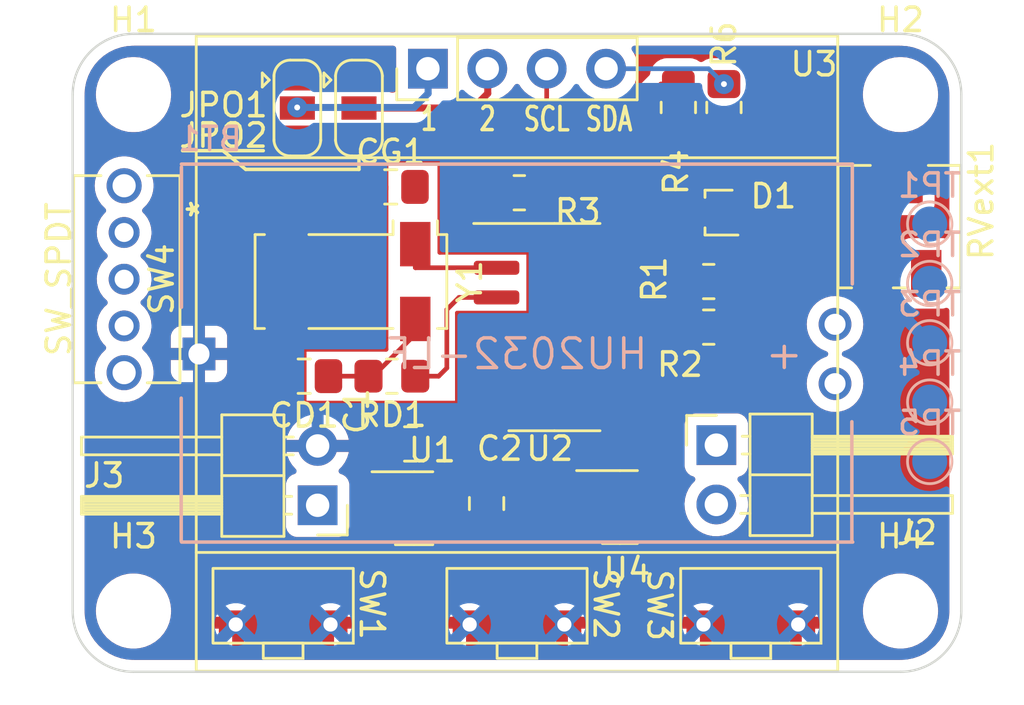
<source format=kicad_pcb>
(kicad_pcb (version 20211014) (generator pcbnew)
  (layers (0 "F.Cu" signal) (31 "B.Cu" signal) (34 "B.Paste" user) (35 "F.Paste" user) (36 "B.SilkS" user "B.Silkscreen") (37 "F.SilkS" user "F.Silkscreen") (38 "B.Mask" user) (39 "F.Mask" user) (44 "Edge.Cuts" user))
  (net 0 "")
  (net 1 "+5V")
  (net 2 "GND")
  (net 3 "Net-(C2-Pad1)")
  (net 4 "Net-(CD1-Pad1)")
  (net 5 "Net-(CG1-Pad1)")
  (net 6 "Net-(D1-Pad2)")
  (net 7 "+3V3")
  (net 8 "/~{MCLR}{slash}VPP")
  (net 9 "/ICSPDAT")
  (net 10 "/ICSPCLK")
  (net 11 "Net-(J2-Pad2)")
  (net 12 "/LDO_SENSE")
  (net 13 "/LED_EN_PWM")
  (net 14 "Net-(RD1-Pad1)")
  (net 16 "Net-(SW3-Pad2)")
  (net 17 "/UART_TX")
  (net 18 "Net-(R6-Pad2)")
  (net 19 "Net-(R4-Pad2)")
  (net 20 "Net-(RVext1-Pad1)")
  (net 21 "Net-(BT1-Pad2)")
  (net 23 "/OLED1")
  (net 24 "/OLED2")
  (footprint "Jumper:SolderJumper-3_P1.3mm_Open_RoundedPad1.0x1.5mm" (layer "F.Cu") (at 133.5425 82.675 -90)
    (fp_text reference "JPO2" (at 1.175 5.7925 180) (layer "F.SilkS"))
    (fp_text value "OLED2")
    (fp_line (start -2.05 0.3) (end -2.05 -0.3) (layer "F.SilkS") (width 0.12))
    (fp_line (start 1.4 1) (end -1.4 1) (layer "F.SilkS") (width 0.12))
    (fp_line (start -1.2 1.2) (end -0.9 1.5) (layer "F.SilkS") (width 0.12))
    (fp_line (start -1.4 -1) (end 1.4 -1) (layer "F.SilkS") (width 0.12))
    (fp_line (start -1.2 1.2) (end -1.5 1.5) (layer "F.SilkS") (width 0.12))
    (fp_line (start -1.5 1.5) (end -0.9 1.5) (layer "F.SilkS") (width 0.12))
    (fp_line (start 2.05 -0.3) (end 2.05 0.3) (layer "F.SilkS") (width 0.12))
    (fp_arc (start -2.05 -0.3) (mid -1.844975 -0.794975) (end -1.35 -1) (layer "F.SilkS") (width 0.12))
    (fp_arc (start -1.35 1) (mid -1.844975 0.794975) (end -2.05 0.3) (layer "F.SilkS") (width 0.12))
    (fp_arc (start 2.05 0.3) (mid 1.844975 0.794975) (end 1.35 1) (layer "F.SilkS") (width 0.12))
    (fp_arc (start 1.35 -1) (mid 1.844975 -0.794975) (end 2.05 -0.3) (layer "F.SilkS") (width 0.12))
    (pad "1" smd custom (at -1.3 0 270) (size 1 0.5) (layers "F.Cu" "F.Mask") (net 7 "+3V3") (options (clearance outline) (anchor rect)) (primitives (gr_circle (center 0 0.25) (end 0.5 0.25) (width 0) (fill yes)) (gr_circle (center 0 -0.25) (end 0.5 -0.25) (width 0) (fill yes)) (gr_poly (pts (xy 0.55 0.75) (xy 0 0.75) (xy 0 -0.75) (xy 0.55 -0.75)) (width 0) (fill yes))))
    (pad "2" smd rect (at 0 0 270) (size 1 1.5) (layers "F.Cu" "F.Mask") (net 24 "/OLED2"))
    (pad "3" smd custom (at 1.3 0 270) (size 1 0.5) (layers "F.Cu" "F.Mask") (net 2 "GND") (options (clearance outline) (anchor rect)) (primitives (gr_circle (center 0 0.25) (end 0.5 0.25) (width 0) (fill yes)) (gr_circle (center 0 -0.25) (end 0.5 -0.25) (width 0) (fill yes)) (gr_poly (pts (xy 0 0.75) (xy -0.55 0.75) (xy -0.55 -0.75) (xy 0 -0.75)) (width 0) (fill yes))))
  )
  (footprint "MountingHole:MountingHole_2.2mm_M2" (layer "F.Cu") (at 156.7 82.1)
    (fp_text reference "H2" (at 0 -3.2) (layer "F.SilkS"))
    (fp_text value "MountingHole")
    (pad "" np_thru_hole circle (at 0 0) (size 2.2 2.2) (drill 2.2) (layers *.Cu *.Mask))
  )
  (footprint "Package_TO_SOT_SMD:SOT-23-5" (layer "F.Cu") (at 135.9 99.8)
    (fp_text reference "U1" (at 0.7772 -2.4856) (layer "F.SilkS"))
    (fp_text value "AP7383-36WW7")
    (fp_line (start 0 1.56) (end -0.8 1.56) (layer "F.SilkS") (width 0.12))
    (fp_line (start 0 -1.56) (end 0.8 -1.56) (layer "F.SilkS") (width 0.12))
    (fp_line (start 0 1.56) (end 0.8 1.56) (layer "F.SilkS") (width 0.12))
    (fp_line (start 0 -1.56) (end -1.8 -1.56) (layer "F.SilkS") (width 0.12))
    (pad "1" smd roundrect (at -1.1375 -0.95) (size 1.325 0.6) (layers "F.Cu" "F.Paste" "F.Mask") (net 1 "+5V"))
    (pad "2" smd roundrect (at -1.1375 0) (size 1.325 0.6) (layers "F.Cu" "F.Paste" "F.Mask") (net 2 "GND"))
    (pad "3" smd roundrect (at -1.1375 0.95) (size 1.325 0.6) (layers "F.Cu" "F.Paste" "F.Mask"))
    (pad "4" smd roundrect (at 1.1375 0.95) (size 1.325 0.6) (layers "F.Cu" "F.Paste" "F.Mask"))
    (pad "5" smd roundrect (at 1.1375 -0.95) (size 1.325 0.6) (layers "F.Cu" "F.Paste" "F.Mask") (net 3 "Net-(C2-Pad1)"))
  )
  (footprint "Resistor_SMD:R_0805_2012Metric_Pad1.20x1.40mm_HandSolder" (layer "F.Cu") (at 149.15 82.65 90)
    (fp_text reference "R6" (at 2.7 0 90) (layer "F.SilkS"))
    (fp_text value "4k7")
    (fp_line (start -0.227064 0.735) (end 0.227064 0.735) (layer "F.SilkS") (width 0.12))
    (fp_line (start -0.227064 -0.735) (end 0.227064 -0.735) (layer "F.SilkS") (width 0.12))
    (pad "1" smd roundrect (at -1 0 90) (size 1.2 1.4) (layers "F.Cu" "F.Paste" "F.Mask") (roundrect_rratio 0.208333) (net 7 "+3V3"))
    (pad "2" smd roundrect (at 1 0 90) (size 1.2 1.4) (layers "F.Cu" "F.Paste" "F.Mask") (roundrect_rratio 0.208333) (net 18 "Net-(R6-Pad2)"))
  )
  (footprint "Potentiometer_SMD:Potentiometer_Vishay_TS53YJ_Vertical" (layer "F.Cu") (at 156.65 87.75 -90)
    (fp_text reference "RVext1" (at -1.1 -3.5 90) (layer "F.SilkS"))
    (fp_text value "R_Potentiometer")
    (fp_line (start -2.62 -2.62) (end -2.62 -1.24) (layer "F.SilkS") (width 0.12))
    (fp_line (start -2.62 2.62) (end 2.62 2.62) (layer "F.SilkS") (width 0.12))
    (fp_line (start 2.62 -0.26) (end 2.62 0.26) (layer "F.SilkS") (width 0.12))
    (fp_line (start 2.62 -2.62) (end 2.62 -2.039) (layer "F.SilkS") (width 0.12))
    (fp_line (start -2.62 1.24) (end -2.62 2.62) (layer "F.SilkS") (width 0.12))
    (fp_line (start -2.62 -2.62) (end 2.62 -2.62) (layer "F.SilkS") (width 0.12))
    (fp_line (start 2.62 2.04) (end 2.62 2.62) (layer "F.SilkS") (width 0.12))
    (pad "1" smd rect (at 2 -1.15 270) (size 2 1.3) (layers "F.Cu" "F.Paste" "F.Mask") (net 20 "Net-(RVext1-Pad1)"))
    (pad "2" smd rect (at -2 0 270) (size 2 2) (layers "F.Cu" "F.Paste" "F.Mask") (net 20 "Net-(RVext1-Pad1)"))
    (pad "3" smd rect (at 2 1.15 270) (size 2 1.3) (layers "F.Cu" "F.Paste" "F.Mask") (net 2 "GND"))
  )
  (footprint "Package_SO:SC-74-6_1.5x2.9mm_P0.95mm" (layer "F.Cu") (at 144.7 99.75)
    (fp_text reference "U4" (at 0.3 2.7) (layer "F.SilkS"))
    (fp_text value "BCR_421U_E6327")
    (fp_line (start 0 1.56) (end -0.75 1.56) (layer "F.SilkS") (width 0.12))
    (fp_line (start 0 -1.56) (end 0.75 -1.56) (layer "F.SilkS") (width 0.12))
    (fp_line (start 0 1.56) (end 0.75 1.56) (layer "F.SilkS") (width 0.12))
    (fp_line (start 0 -1.56) (end -1.85 -1.56) (layer "F.SilkS") (width 0.12))
    (pad "1" smd roundrect (at -1.1375 -0.95) (size 1.425 0.5) (layers "F.Cu" "F.Paste" "F.Mask") (net 13 "/LED_EN_PWM"))
    (pad "2" smd roundrect (at -1.1375 0) (size 1.425 0.5) (layers "F.Cu" "F.Paste" "F.Mask") (net 11 "Net-(J2-Pad2)"))
    (pad "3" smd roundrect (at -1.1375 0.95) (size 1.425 0.5) (layers "F.Cu" "F.Paste" "F.Mask") (net 11 "Net-(J2-Pad2)"))
    (pad "4" smd roundrect (at 1.1375 0.95) (size 1.425 0.5) (layers "F.Cu" "F.Paste" "F.Mask") (net 2 "GND"))
    (pad "5" smd roundrect (at 1.1375 0) (size 1.425 0.5) (layers "F.Cu" "F.Paste" "F.Mask") (net 11 "Net-(J2-Pad2)"))
    (pad "6" smd roundrect (at 1.1375 -0.95) (size 1.425 0.5) (layers "F.Cu" "F.Paste" "F.Mask") (net 20 "Net-(RVext1-Pad1)"))
  )
  (footprint "MountingHole:MountingHole_2.2mm_M2" (layer "F.Cu") (at 123.9 82.1)
    (fp_text reference "H1" (at 0 -3.2) (layer "F.SilkS"))
    (fp_text value "MountingHole")
    (pad "" np_thru_hole circle (at 0 0) (size 2.2 2.2) (drill 2.2) (layers *.Cu *.Mask))
  )
  (footprint "Resistor_SMD:R_0805_2012Metric_Pad1.20x1.40mm_HandSolder" (layer "F.Cu") (at 134.95 94.15 180)
    (fp_text reference "RD1" (at 0 -1.65) (layer "F.SilkS"))
    (fp_text value "220k")
    (fp_line (start -0.227064 0.735) (end 0.227064 0.735) (layer "F.SilkS") (width 0.12))
    (fp_line (start -0.227064 -0.735) (end 0.227064 -0.735) (layer "F.SilkS") (width 0.12))
    (pad "1" smd roundrect (at -1 0 180) (size 1.2 1.4) (layers "F.Cu" "F.Paste" "F.Mask") (roundrect_rratio 0.208333) (net 14 "Net-(RD1-Pad1)"))
    (pad "2" smd roundrect (at 1 0 180) (size 1.2 1.4) (layers "F.Cu" "F.Paste" "F.Mask") (roundrect_rratio 0.208333) (net 4 "Net-(CD1-Pad1)"))
  )
  (footprint "Capacitor_SMD:C_0805_2012Metric_Pad1.18x1.45mm_HandSolder" (layer "F.Cu") (at 139 99.6 -90)
    (fp_text reference "C2" (at -2.3536 -0.5568 -180) (layer "F.SilkS"))
    (fp_text value "1u")
    (fp_line (start -0.261252 -0.735) (end 0.261252 -0.735) (layer "F.SilkS") (width 0.12))
    (fp_line (start -0.261252 0.735) (end 0.261252 0.735) (layer "F.SilkS") (width 0.12))
    (pad "1" smd roundrect (at -1.0375 0 270) (size 1.175 1.45) (layers "F.Cu" "F.Paste" "F.Mask") (roundrect_rratio 0.212766) (net 3 "Net-(C2-Pad1)"))
    (pad "2" smd roundrect (at 1.0375 0 270) (size 1.175 1.45) (layers "F.Cu" "F.Paste" "F.Mask") (roundrect_rratio 0.212766) (net 2 "GND"))
  )
  (footprint "Resistor_SMD:R_0805_2012Metric_Pad1.20x1.40mm_HandSolder" (layer "F.Cu") (at 140.4 86.3)
    (fp_text reference "R3" (at 2.5 0.8) (layer "F.SilkS"))
    (fp_text value "10k")
    (fp_line (start -0.227064 -0.735) (end 0.227064 -0.735) (layer "F.SilkS") (width 0.12))
    (fp_line (start -0.227064 0.735) (end 0.227064 0.735) (layer "F.SilkS") (width 0.12))
    (pad "1" smd roundrect (at -1 0) (size 1.2 1.4) (layers "F.Cu" "F.Paste" "F.Mask") (roundrect_rratio 0.208333) (net 7 "+3V3"))
    (pad "2" smd roundrect (at 1 0) (size 1.2 1.4) (layers "F.Cu" "F.Paste" "F.Mask") (roundrect_rratio 0.208333) (net 8 "/~{MCLR}{slash}VPP"))
  )
  (footprint "Resistor_SMD:R_0805_2012Metric_Pad1.20x1.40mm_HandSolder" (layer "F.Cu") (at 147.2 82.65 90)
    (fp_text reference "R4" (at -2.7724 -0.1 90) (layer "F.SilkS"))
    (fp_text value "4k7")
    (fp_line (start -0.227064 -0.735) (end 0.227064 -0.735) (layer "F.SilkS") (width 0.12))
    (fp_line (start -0.227064 0.735) (end 0.227064 0.735) (layer "F.SilkS") (width 0.12))
    (pad "1" smd roundrect (at -1 0 90) (size 1.2 1.4) (layers "F.Cu" "F.Paste" "F.Mask") (roundrect_rratio 0.208333) (net 7 "+3V3"))
    (pad "2" smd roundrect (at 1 0 90) (size 1.2 1.4) (layers "F.Cu" "F.Paste" "F.Mask") (roundrect_rratio 0.208333) (net 19 "Net-(R4-Pad2)"))
  )
  (footprint "MountingHole:MountingHole_2.2mm_M2" (layer "F.Cu") (at 123.9 104.2)
    (fp_text reference "H3" (at 0 -3.2) (layer "F.SilkS"))
    (fp_text value "MountingHole")
    (pad "" np_thru_hole circle (at 0 0) (size 2.2 2.2) (drill 2.2) (layers *.Cu *.Mask))
  )
  (footprint "LEDTimer:EVQ9P701P" (layer "F.Cu") (at 150.3 103.975 180)
    (fp_text reference "SW3" (at 3.9 0.025 270 unlocked) (layer "F.SilkS"))
    (fp_text value "SW_Push")
    (fp_rect (start -0.85 -2.25) (end 0.85 -1.6) (layer "F.SilkS") (width 0.12) (fill none))
    (fp_rect (start -3 -1.6) (end 3 1.6) (layer "F.SilkS") (width 0.12) (fill none))
    (pad "1" thru_hole circle (at 2.025 -0.8 180) (size 0.8 0.8) (drill 0.61) (layers *.Cu *.Mask) (net 2 "GND"))
    (pad "1" smd rect (at -1.925 -0.725 180) (size 1.65 1.05) (layers "F.Cu" "F.Paste" "F.Mask") (net 2 "GND"))
    (pad "1" smd rect (at 1.925 -0.725 180) (size 1.65 1.05) (layers "F.Cu" "F.Paste" "F.Mask") (net 2 "GND"))
    (pad "1" thru_hole circle (at -2.025 -0.8 180) (size 0.8 0.8) (drill 0.61) (layers *.Cu *.Mask) (net 2 "GND"))
    (pad "2" smd rect (at 1.925 0.725 180) (size 1.65 1.05) (layers "F.Cu" "F.Paste" "F.Mask") (net 16 "Net-(SW3-Pad2)"))
    (pad "2" smd rect (at -1.925 0.725 180) (size 1.65 1.05) (layers "F.Cu" "F.Paste" "F.Mask") (net 16 "Net-(SW3-Pad2)"))
  )
  (footprint "Resistor_SMD:R_0805_2012Metric_Pad1.20x1.40mm_HandSolder" (layer "F.Cu") (at 148.5 92.05)
    (fp_text reference "R2" (at -1.2316 1.6036) (layer "F.SilkS"))
    (fp_text value "100k")
    (fp_line (start -0.227064 -0.735) (end 0.227064 -0.735) (layer "F.SilkS") (width 0.12))
    (fp_line (start -0.227064 0.735) (end 0.227064 0.735) (layer "F.SilkS") (width 0.12))
    (pad "1" smd roundrect (at -1 0) (size 1.2 1.4) (layers "F.Cu" "F.Paste" "F.Mask") (roundrect_rratio 0.208333) (net 12 "/LDO_SENSE"))
    (pad "2" smd roundrect (at 1 0) (size 1.2 1.4) (layers "F.Cu" "F.Paste" "F.Mask") (roundrect_rratio 0.208333) (net 2 "GND"))
  )
  (footprint "SPDT Switch:1825232-1" (layer "F.Cu") (at 123.5 88 -90)
    (fp_text reference "SW4" (at 2 -1.6002 90) (layer "F.SilkS"))
    (fp_text value "SW_SPDT" (at 2 2.794 90) (layer "F.SilkS"))
    (fp_text user "*" (at -1 -3.2512 90) (layer "F.SilkS"))
    (fp_text user "*" (at -1 -3.2512 90) (layer "F.SilkS"))
    (fp_line (start 6.4323 2.159) (end 6.4323 0.991931) (layer "F.SilkS") (width 0.12))
    (fp_line (start -2.4323 0.991931) (end -2.4323 2.159) (layer "F.SilkS") (width 0.12))
    (fp_line (start 6.4323 -0.991931) (end 6.4323 -2.3876) (layer "F.SilkS") (width 0.12))
    (fp_line (start -2.4323 2.159) (end 6.4323 2.159) (layer "F.SilkS") (width 0.12))
    (fp_line (start -2.4323 -2.3876) (end -2.4323 -0.991931) (layer "F.SilkS") (width 0.12))
    (fp_line (start 6.4323 -2.3876) (end -2.4323 -2.3876) (layer "F.SilkS") (width 0.12))
    (pad "1" thru_hole circle (at -0.000001 0 270) (size 1.3208 1.3208) (drill 0.8128) (layers *.Cu *.Mask) (net 21 "Net-(BT1-Pad2)"))
    (pad "2" thru_hole circle (at 2 0 270) (size 1.3208 1.3208) (drill 0.8128) (layers *.Cu *.Mask) (net 6 "Net-(D1-Pad2)"))
    (pad "3" thru_hole circle (at 4.000001 0 270) (size 1.3208 1.3208) (drill 0.8128) (layers *.Cu *.Mask))
    (pad "4" thru_hole circle (at -2 0 270) (size 1.4986 1.4986) (drill 0.9906) (layers *.Cu *.Mask))
    (pad "5" thru_hole circle (at 6 0 270) (size 1.4986 1.4986) (drill 0.9906) (layers *.Cu *.Mask))
  )
  (footprint "Connector_PinHeader_2.54mm:PinHeader_1x02_P2.54mm_Horizontal" (layer "F.Cu") (at 131.775 99.675 180)
    (fp_text reference "J3" (at 9.125 1.275) (layer "F.SilkS"))
    (fp_text value "PWR_IN")
    (fp_line (start 1.042929 2.16) (end 1.44 2.16) (layer "F.SilkS") (width 0.12))
    (fp_line (start 10.1 2.16) (end 10.1 2.92) (layer "F.SilkS") (width 0.12))
    (fp_line (start 4.1 -1.33) (end 1.44 -1.33) (layer "F.SilkS") (width 0.12))
    (fp_line (start 4.1 0.16) (end 10.1 0.16) (layer "F.SilkS") (width 0.12))
    (fp_line (start 4.1 0.04) (end 10.1 0.04) (layer "F.SilkS") (width 0.12))
    (fp_line (start 4.1 2.16) (end 10.1 2.16) (layer "F.SilkS") (width 0.12))
    (fp_line (start 1.44 3.87) (end 4.1 3.87) (layer "F.SilkS") (width 0.12))
    (fp_line (start 10.1 -0.38) (end 10.1 0.38) (layer "F.SilkS") (width 0.12))
    (fp_line (start 4.1 -0.08) (end 10.1 -0.08) (layer "F.SilkS") (width 0.12))
    (fp_line (start 1.11 -0.38) (end 1.44 -0.38) (layer "F.SilkS") (width 0.12))
    (fp_line (start 4.1 3.87) (end 4.1 -1.33) (layer "F.SilkS") (width 0.12))
    (fp_line (start 10.1 2.92) (end 4.1 2.92) (layer "F.SilkS") (width 0.12))
    (fp_line (start 1.042929 2.92) (end 1.44 2.92) (layer "F.SilkS") (width 0.12))
    (fp_line (start -1.27 -1.27) (end 0 -1.27) (layer "F.SilkS") (width 0.12))
    (fp_line (start 1.44 -1.33) (end 1.44 3.87) (layer "F.SilkS") (width 0.12))
    (fp_line (start -1.27 0) (end -1.27 -1.27) (layer "F.SilkS") (width 0.12))
    (fp_line (start 4.1 0.28) (end 10.1 0.28) (layer "F.SilkS") (width 0.12))
    (fp_line (start 4.1 -0.38) (end 10.1 -0.38) (layer "F.SilkS") (width 0.12))
    (fp_line (start 1.11 0.38) (end 1.44 0.38) (layer "F.SilkS") (width 0.12))
    (fp_line (start 1.44 1.27) (end 4.1 1.27) (layer "F.SilkS") (width 0.12))
    (fp_line (start 10.1 0.38) (end 4.1 0.38) (layer "F.SilkS") (width 0.12))
    (fp_line (start 4.1 -0.32) (end 10.1 -0.32) (layer "F.SilkS") (width 0.12))
    (fp_line (start 4.1 -0.2) (end 10.1 -0.2) (layer "F.SilkS") (width 0.12))
    (pad "1" thru_hole rect (at 0 0 180) (size 1.7 1.7) (drill 1) (layers *.Cu *.Mask) (net 1 "+5V"))
    (pad "2" thru_hole oval (at 0 2.54 180) (size 1.7 1.7) (drill 1) (layers *.Cu *.Mask) (net 2 "GND"))
  )
  (footprint "MountingHole:MountingHole_2.2mm_M2" (layer "F.Cu") (at 156.7 104.2)
    (fp_text reference "H4" (at 0 -3.2) (layer "F.SilkS"))
    (fp_text value "MountingHole")
    (pad "" np_thru_hole circle (at 0 0) (size 2.2 2.2) (drill 2.2) (layers *.Cu *.Mask))
  )
  (footprint "Capacitor_SMD:C_0805_2012Metric_Pad1.18x1.45mm_HandSolder" (layer "F.Cu") (at 135.75 97.05)
    (fp_text reference "C1" (at -2.3 -1.4 90) (layer "F.SilkS"))
    (fp_text value "1u")
    (fp_line (start -0.261252 0.735) (end 0.261252 0.735) (layer "F.SilkS") (width 0.12))
    (fp_line (start -0.261252 -0.735) (end 0.261252 -0.735) (layer "F.SilkS") (width 0.12))
    (pad "1" smd roundrect (at -1.0375 0) (size 1.175 1.45) (layers "F.Cu" "F.Paste" "F.Mask") (roundrect_rratio 0.212766) (net 1 "+5V"))
    (pad "2" smd roundrect (at 1.0375 0) (size 1.175 1.45) (layers "F.Cu" "F.Paste" "F.Mask") (roundrect_rratio 0.212766) (net 2 "GND"))
  )
  (footprint "Connector_PinHeader_2.54mm:PinHeader_1x02_P2.54mm_Horizontal" (layer "F.Cu") (at 148.825 97.1)
    (fp_text reference "J2" (at 8.575 3.75) (layer "F.SilkS"))
    (fp_text value "LED")
    (fp_line (start 4.1 -1.33) (end 1.44 -1.33) (layer "F.SilkS") (width 0.12))
    (fp_line (start 10.1 2.92) (end 4.1 2.92) (layer "F.SilkS") (width 0.12))
    (fp_line (start 4.1 -0.38) (end 10.1 -0.38) (layer "F.SilkS") (width 0.12))
    (fp_line (start -1.27 0) (end -1.27 -1.27) (layer "F.SilkS") (width 0.12))
    (fp_line (start 10.1 0.38) (end 4.1 0.38) (layer "F.SilkS") (width 0.12))
    (fp_line (start 4.1 0.28) (end 10.1 0.28) (layer "F.SilkS") (width 0.12))
    (fp_line (start 10.1 -0.38) (end 10.1 0.38) (layer "F.SilkS") (width 0.12))
    (fp_line (start 1.44 3.87) (end 4.1 3.87) (layer "F.SilkS") (width 0.12))
    (fp_line (start 4.1 -0.2) (end 10.1 -0.2) (layer "F.SilkS") (width 0.12))
    (fp_line (start 1.042929 2.92) (end 1.44 2.92) (layer "F.SilkS") (width 0.12))
    (fp_line (start -1.27 -1.27) (end 0 -1.27) (layer "F.SilkS") (width 0.12))
    (fp_line (start 4.1 3.87) (end 4.1 -1.33) (layer "F.SilkS") (width 0.12))
    (fp_line (start 1.042929 2.16) (end 1.44 2.16) (layer "F.SilkS") (width 0.12))
    (fp_line (start 4.1 -0.08) (end 10.1 -0.08) (layer "F.SilkS") (width 0.12))
    (fp_line (start 4.1 0.04) (end 10.1 0.04) (layer "F.SilkS") (width 0.12))
    (fp_line (start 10.1 2.16) (end 10.1 2.92) (layer "F.SilkS") (width 0.12))
    (fp_line (start 1.44 -1.33) (end 1.44 3.87) (layer "F.SilkS") (width 0.12))
    (fp_line (start 1.11 0.38) (end 1.44 0.38) (layer "F.SilkS") (width 0.12))
    (fp_line (start 1.11 -0.38) (end 1.44 -0.38) (layer "F.SilkS") (width 0.12))
    (fp_line (start 4.1 0.16) (end 10.1 0.16) (layer "F.SilkS") (width 0.12))
    (fp_line (start 4.1 2.16) (end 10.1 2.16) (layer "F.SilkS") (width 0.12))
    (fp_line (start 1.44 1.27) (end 4.1 1.27) (layer "F.SilkS") (width 0.12))
    (fp_line (start 4.1 -0.32) (end 10.1 -0.32) (layer "F.SilkS") (width 0.12))
    (pad "1" thru_hole rect (at 0 0) (size 1.7 1.7) (drill 1) (layers *.Cu *.Mask) (net 1 "+5V"))
    (pad "2" thru_hole oval (at 0 2.54) (size 1.7 1.7) (drill 1) (layers *.Cu *.Mask) (net 11 "Net-(J2-Pad2)"))
  )
  (footprint "Crystal:Crystal_SMD_Abracon_ABS25-4Pin_8.0x3.8mm" (layer "F.Cu") (at 133.2 90.1 -90)
    (fp_text reference "Y1" (at 0 -5.08 90) (layer "F.SilkS"))
    (fp_text value "32.768 kHz")
    (fp_line (start 2.01 4.1) (end 2.01 3.7) (layer "F.SilkS") (width 0.12))
    (fp_line (start -2.01 -1.8) (end -2.6 -1.8) (layer "F.SilkS") (width 0.12))
    (fp_line (start 2.01 -4.1) (end -2.01 -4.1) (layer "F.SilkS") (width 0.12))
    (fp_line (start -2.01 4.1) (end -2.01 3.7) (layer "F.SilkS") (width 0.12))
    (fp_line (start -2.6 -3.7) (end -2.01 -3.7) (layer "F.SilkS") (width 0.12))
    (fp_line (start -2.01 -1.8) (end -2.01 1.8) (layer "F.SilkS") (width 0.12))
    (fp_line (start -2.01 -4.1) (end -2.01 -3.7) (layer "F.SilkS") (width 0.12))
    (fp_line (start 2.01 -1.8) (end 2.01 1.8) (layer "F.SilkS") (width 0.12))
    (fp_line (start 2.01 4.1) (end -2.01 4.1) (layer "F.SilkS") (width 0.12))
    (fp_line (start 2.01 -4.1) (end 2.01 -3.7) (layer "F.SilkS") (width 0.12))
    (pad "1" smd rect (at -1.6 -2.75 180) (size 1.3 1.9) (layers "F.Cu" "F.Paste" "F.Mask") (net 5 "Net-(CG1-Pad1)"))
    (pad "2" smd rect (at -1.6 2.75 180) (size 1.3 1.9) (layers "F.Cu" "F.Paste" "F.Mask") (net 2 "GND"))
    (pad "3" smd rect (at 1.6 2.75 180) (size 1.3 1.9) (layers "F.Cu" "F.Paste" "F.Mask") (net 2 "GND"))
    (pad "4" smd rect (at 1.6 -2.75 180) (size 1.3 1.9) (layers "F.Cu" "F.Paste" "F.Mask") (net 4 "Net-(CD1-Pad1)"))
  )
  (footprint "LEDTimer:EVQ9P701P" (layer "F.Cu") (at 140.3 103.975 180)
    (fp_text reference "SW2" (at -3.8 0.075 270 unlocked) (layer "F.SilkS"))
    (fp_text value "SW_Push")
    (fp_rect (start -0.85 -2.25) (end 0.85 -1.6) (layer "F.SilkS") (width 0.12) (fill none))
    (fp_rect (start -3 -1.6) (end 3 1.6) (layer "F.SilkS") (width 0.12) (fill none))
    (pad "1" thru_hole circle (at -2.025 -0.8 180) (size 0.8 0.8) (drill 0.61) (layers *.Cu *.Mask) (net 2 "GND"))
    (pad "1" thru_hole circle (at 2.025 -0.8 180) (size 0.8 0.8) (drill 0.61) (layers *.Cu *.Mask) (net 2 "GND"))
    (pad "1" smd rect (at -1.925 -0.725 180) (size 1.65 1.05) (layers "F.Cu" "F.Paste" "F.Mask") (net 2 "GND"))
    (pad "1" smd rect (at 1.925 -0.725 180) (size 1.65 1.05) (layers "F.Cu" "F.Paste" "F.Mask") (net 2 "GND"))
    (pad "2" smd rect (at -1.925 0.725 180) (size 1.65 1.05) (layers "F.Cu" "F.Paste" "F.Mask") (net 10 "/ICSPCLK"))
    (pad "2" smd rect (at 1.925 0.725 180) (size 1.65 1.05) (layers "F.Cu" "F.Paste" "F.Mask") (net 10 "/ICSPCLK"))
  )
  (footprint "LEDTimer:Display_128x64_096_I2C" (layer "F.Cu") (at 140.3 80.992)
    (fp_text reference "U3" (at 12.7 -0.192) (layer "F.SilkS"))
    (fp_text value "Display_128x64_096_I2C")
    (fp_text user "1" (at -3.76 2.14) (layer "F.SilkS") (effects (font (size 1 0.7))))
    (fp_text user "SCL" (at 1.27 2.159) (layer "F.SilkS") (effects (font (size 1 0.7))))
    (fp_text user "SDA" (at 3.937 2.159) (layer "F.SilkS") (effects (font (size 1 0.7))))
    (fp_text user "2" (at -1.26 2.15) (layer "F.SilkS") (effects (font (size 1 0.7))))
    (fp_line (start -13.716 -1.397) (end 13.716 -1.397) (layer "F.SilkS") (width 0.12))
    (fp_line (start -5.14 1.33) (end -5.14 0) (layer "F.SilkS") (width 0.12))
    (fp_line (start 5.14 1.33) (end 5.14 -1.33) (layer "F.SilkS") (width 0.12))
    (fp_line (start -3.81 1.33) (end -5.14 1.33) (layer "F.SilkS") (width 0.12))
    (fp_line (start -13.716 20.701) (end 13.716 20.701) (layer "F.SilkS") (width 0.12))
    (fp_line (start -13.716 3.81) (end 13.716 3.81) (layer "F.SilkS") (width 0.12))
    (fp_line (start -2.54 -1.33) (end 5.14 -1.33) (layer "F.SilkS") (width 0.12))
    (fp_line (start -2.54 1.33) (end -2.54 -1.33) (layer "F.SilkS") (width 0.12))
    (fp_line (start -2.54 1.33) (end 5.14 1.33) (layer "F.SilkS") (width 0.12))
    (fp_line (start 13.716 25.781) (end -13.716 25.781) (layer "F.SilkS") (width 0.12))
    (fp_line (start -13.716 25.781) (end -13.716 -1.397) (layer "F.SilkS") (width 0.12))
    (fp_line (start 13.716 25.781) (end 13.716 -1.397) (layer "F.SilkS") (width 0.12))
    (pad "1" thru_hole rect (at -3.81 0 90) (size 1.7 1.7) (drill 1) (layers *.Cu *.Mask) (net 23 "/OLED1"))
    (pad "2" thru_hole oval (at -1.27 0 90) (size 1.7 1.7) (drill 1) (layers *.Cu *.Mask) (net 24 "/OLED2"))
    (pad "3" thru_hole oval (at 1.27 0 90) (size 1.7 1.7) (drill 1) (layers *.Cu *.Mask) (net 19 "Net-(R4-Pad2)"))
    (pad "4" thru_hole oval (at 3.81 0 90) (size 1.7 1.7) (drill 1) (layers *.Cu *.Mask) (net 18 "Net-(R6-Pad2)"))
  )
  (footprint "Capacitor_SMD:C_0805_2012Metric_Pad1.18x1.45mm_HandSolder" (layer "F.Cu") (at 134.9 86.05 180)
    (fp_text reference "CG1" (at 0 1.5) (layer "F.SilkS"))
    (fp_text value "22p")
    (fp_line (start -0.261252 -0.735) (end 0.261252 -0.735) (layer "F.SilkS") (width 0.12))
    (fp_line (start -0.261252 0.735) (end 0.261252 0.735) (layer "F.SilkS") (width 0.12))
    (pad "1" smd roundrect (at -1.0375 0 180) (size 1.175 1.45) (layers "F.Cu" "F.Paste" "F.Mask") (roundrect_rratio 0.212766) (net 5 "Net-(CG1-Pad1)"))
    (pad "2" smd roundrect (at 1.0375 0 180) (size 1.175 1.45) (layers "F.Cu" "F.Paste" "F.Mask") (roundrect_rratio 0.212766) (net 2 "GND"))
  )
  (footprint "LEDTimer:EVQ9P701P" (layer "F.Cu") (at 130.3 103.975 180)
    (fp_text reference "SW1" (at -3.8 0.075 270 unlocked) (layer "F.SilkS"))
    (fp_text value "SW_Push")
    (fp_rect (start -0.85 -2.25) (end 0.85 -1.6) (layer "F.SilkS") (width 0.12) (fill none))
    (fp_rect (start -3 -1.6) (end 3 1.6) (layer "F.SilkS") (width 0.12) (fill none))
    (pad "1" thru_hole circle (at -2.025 -0.8 180) (size 0.8 0.8) (drill 0.61) (layers *.Cu *.Mask) (net 2 "GND"))
    (pad "1" smd rect (at -1.925 -0.725 180) (size 1.65 1.05) (layers "F.Cu" "F.Paste" "F.Mask") (net 2 "GND"))
    (pad "1" thru_hole circle (at 2.025 -0.8 180) (size 0.8 0.8) (drill 0.61) (layers *.Cu *.Mask) (net 2 "GND"))
    (pad "1" smd rect (at 1.925 -0.725 180) (size 1.65 1.05) (layers "F.Cu" "F.Paste" "F.Mask") (net 2 "GND"))
    (pad "2" smd rect (at -1.925 0.725 180) (size 1.65 1.05) (layers "F.Cu" "F.Paste" "F.Mask") (net 9 "/ICSPDAT"))
    (pad "2" smd rect (at 1.925 0.725 180) (size 1.65 1.05) (layers "F.Cu" "F.Paste" "F.Mask") (net 9 "/ICSPDAT"))
  )
  (footprint "Package_SO:SOIC-14_3.9x8.7mm_P1.27mm" (layer "F.Cu") (at 141.9 92.05)
    (fp_text reference "U2" (at -0.2 5.2) (layer "F.SilkS"))
    (fp_text value "PIC16F1825")
    (fp_line (start 0 4.435) (end -1.95 4.435) (layer "F.SilkS") (width 0.12))
    (fp_line (start 0 -4.435) (end 1.95 -4.435) (layer "F.SilkS") (width 0.12))
    (fp_line (start 0 4.435) (end 1.95 4.435) (layer "F.SilkS") (width 0.12))
    (fp_line (start 0 -4.435) (end -3.45 -4.435) (layer "F.SilkS") (width 0.12))
    (pad "1" smd roundrect (at -2.475 -3.81) (size 1.95 0.6) (layers "F.Cu" "F.Paste" "F.Mask") (net 7 "+3V3"))
    (pad "2" smd roundrect (at -2.475 -2.54) (size 1.95 0.6) (layers "F.Cu" "F.Paste" "F.Mask") (net 5 "Net-(CG1-Pad1)"))
    (pad "3" smd roundrect (at -2.475 -1.27) (size 1.95 0.6) (layers "F.Cu" "F.Paste" "F.Mask") (net 14 "Net-(RD1-Pad1)"))
    (pad "4" smd roundrect (at -2.475 0) (size 1.95 0.6) (layers "F.Cu" "F.Paste" "F.Mask") (net 8 "/~{MCLR}{slash}VPP"))
    (pad "5" smd roundrect (at -2.475 1.27) (size 1.95 0.6) (layers "F.Cu" "F.Paste" "F.Mask") (net 16 "Net-(SW3-Pad2)"))
    (pad "6" smd roundrect (at -2.475 2.54) (size 1.95 0.6) (layers "F.Cu" "F.Paste" "F.Mask") (net 17 "/UART_TX"))
    (pad "7" smd roundrect (at -2.475 3.81) (size 1.95 0.6) (layers "F.Cu" "F.Paste" "F.Mask") (net 13 "/LED_EN_PWM"))
    (pad "8" smd roundrect (at 2.475 3.81) (size 1.95 0.6) (layers "F.Cu" "F.Paste" "F.Mask"))
    (pad "9" smd roundrect (at 2.475 2.54) (size 1.95 0.6) (layers "F.Cu" "F.Paste" "F.Mask") (net 18 "Net-(R6-Pad2)"))
    (pad "10" smd roundrect (at 2.475 1.27) (size 1.95 0.6) (layers "F.Cu" "F.Paste" "F.Mask") (net 19 "Net-(R4-Pad2)"))
    (pad "11" smd roundrect (at 2.475 0) (size 1.95 0.6) (layers "F.Cu" "F.Paste" "F.Mask") (net 12 "/LDO_SENSE"))
    (pad "12" smd roundrect (at 2.475 -1.27) (size 1.95 0.6) (layers "F.Cu" "F.Paste" "F.Mask") (net 10 "/ICSPCLK"))
    (pad "13" smd roundrect (at 2.475 -2.54) (size 1.95 0.6) (layers "F.Cu" "F.Paste" "F.Mask") (net 9 "/ICSPDAT"))
    (pad "14" smd roundrect (at 2.475 -3.81) (size 1.95 0.6) (layers "F.Cu" "F.Paste" "F.Mask") (net 2 "GND"))
  )
  (footprint "Jumper:SolderJumper-3_P1.3mm_Open_RoundedPad1.0x1.5mm" (layer "F.Cu") (at 130.9075 82.675 -90)
    (fp_text reference "JPO1" (at -0.125 3.1575 180) (layer "F.SilkS"))
    (fp_text value "OLED1")
    (fp_line (start -1.4 -1) (end 1.4 -1) (layer "F.SilkS") (width 0.12))
    (fp_line (start -1.2 1.2) (end -0.9 1.5) (layer "F.SilkS") (width 0.12))
    (fp_line (start 1.4 1) (end -1.4 1) (layer "F.SilkS") (width 0.12))
    (fp_line (start 2.05 -0.3) (end 2.05 0.3) (layer "F.SilkS") (width 0.12))
    (fp_line (start -1.5 1.5) (end -0.9 1.5) (layer "F.SilkS") (width 0.12))
    (fp_line (start -1.2 1.2) (end -1.5 1.5) (layer "F.SilkS") (width 0.12))
    (fp_line (start -2.05 0.3) (end -2.05 -0.3) (layer "F.SilkS") (width 0.12))
    (fp_arc (start 1.35 -1) (mid 1.844975 -0.794975) (end 2.05 -0.3) (layer "F.SilkS") (width 0.12))
    (fp_arc (start -2.05 -0.3) (mid -1.844975 -0.794975) (end -1.35 -1) (layer "F.SilkS") (width 0.12))
    (fp_arc (start -1.35 1) (mid -1.844975 0.794975) (end -2.05 0.3) (layer "F.SilkS") (width 0.12))
    (fp_arc (start 2.05 0.3) (mid 1.844975 0.794975) (end 1.35 1) (layer "F.SilkS") (width 0.12))
    (pad "1" smd custom (at -1.3 0 270) (size 1 0.5) (layers "F.Cu" "F.Mask") (net 7 "+3V3") (options (clearance outline) (anchor rect)) (primitives (gr_circle (center 0 0.25) (end 0.5 0.25) (width 0) (fill yes)) (gr_circle (center 0 -0.25) (end 0.5 -0.25) (width 0) (fill yes)) (gr_poly (pts (xy 0.55 0.75) (xy 0 0.75) (xy 0 -0.75) (xy 0.55 -0.75)) (width 0) (fill yes))))
    (pad "2" smd rect (at 0 0 270) (size 1 1.5) (layers "F.Cu" "F.Mask") (net 23 "/OLED1"))
    (pad "3" smd custom (at 1.3 0 270) (size 1 0.5) (layers "F.Cu" "F.Mask") (net 2 "GND") (options (clearance outline) (anchor rect)) (primitives (gr_circle (center 0 0.25) (end 0.5 0.25) (width 0) (fill yes)) (gr_circle (center 0 -0.25) (end 0.5 -0.25) (width 0) (fill yes)) (gr_poly (pts (xy 0 0.75) (xy -0.55 0.75) (xy -0.55 -0.75) (xy 0 -0.75)) (width 0) (fill yes))))
  )
  (footprint "Package_TO_SOT_SMD:SOT-416" (layer "F.Cu") (at 148.85 87.15 180)
    (fp_text reference "D1" (at -2.4128 0.704) (layer "F.SilkS"))
    (fp_text value "BAT54C")
    (fp_line (start 0.51 0.96) (end 0.51 0.65) (layer "F.SilkS") (width 0.12))
    (fp_line (start 0.51 -0.96) (end -0.9 -0.96) (layer "F.SilkS") (width 0.12))
    (fp_line (start 0.51 -0.96) (end 0.51 -0.65) (layer "F.SilkS") (width 0.12))
    (fp_line (start 0.51 0.96) (end -0.65 0.96) (layer "F.SilkS") (width 0.12))
    (pad "1" smd rect (at -0.65 -0.5 180) (size 0.6 0.5) (layers "F.Cu" "F.Paste" "F.Mask") (net 3 "Net-(C2-Pad1)"))
    (pad "2" smd rect (at -0.65 0.5 180) (size 0.6 0.5) (layers "F.Cu" "F.Paste" "F.Mask") (net 6 "Net-(D1-Pad2)"))
    (pad "3" smd rect (at 0.65 0 180) (size 0.6 0.5) (layers "F.Cu" "F.Paste" "F.Mask") (net 7 "+3V3"))
  )
  (footprint "Capacitor_SMD:C_0805_2012Metric_Pad1.18x1.45mm_HandSolder" (layer "F.Cu") (at 131.2 94.15 180)
    (fp_text reference "CD1" (at 0 -1.68) (layer "F.SilkS"))
    (fp_text value "22p")
    (fp_line (start -0.261252 0.735) (end 0.261252 0.735) (layer "F.SilkS") (width 0.12))
    (fp_line (start -0.261252 -0.735) (end 0.261252 -0.735) (layer "F.SilkS") (width 0.12))
    (pad "1" smd roundrect (at -1.0375 0 180) (size 1.175 1.45) (layers "F.Cu" "F.Paste" "F.Mask") (roundrect_rratio 0.212766) (net 4 "Net-(CD1-Pad1)"))
    (pad "2" smd roundrect (at 1.0375 0 180) (size 1.175 1.45) (layers "F.Cu" "F.Paste" "F.Mask") (roundrect_rratio 0.212766) (net 2 "GND"))
  )
  (footprint "Resistor_SMD:R_0805_2012Metric_Pad1.20x1.40mm_HandSolder" (layer "F.Cu") (at 148.5 90.1 180)
    (fp_text reference "R1" (at 2.3316 0.0964 90) (layer "F.SilkS"))
    (fp_text value "47k")
    (fp_line (start -0.227064 -0.735) (end 0.227064 -0.735) (layer "F.SilkS") (width 0.12))
    (fp_line (start -0.227064 0.735) (end 0.227064 0.735) (layer "F.SilkS") (width 0.12))
    (pad "1" smd roundrect (at -1 0 180) (size 1.2 1.4) (layers "F.Cu" "F.Paste" "F.Mask") (roundrect_rratio 0.208333) (net 3 "Net-(C2-Pad1)"))
    (pad "2" smd roundrect (at 1 0 180) (size 1.2 1.4) (layers "F.Cu" "F.Paste" "F.Mask") (roundrect_rratio 0.208333) (net 12 "/LDO_SENSE"))
  )
  (footprint "TestPoint:TestPoint_Pad_D1.5mm" (layer "B.Cu") (at 157.95 90.18 180)
    (fp_text reference "TP2" (at 0 1.648) (layer "B.SilkS") (effects (justify mirror)))
    (fp_text value "+3V3")
    (fp_circle (center 0 0) (end 0 -0.95) (layer "B.SilkS") (width 0.12) (fill none))
    (pad "1" smd circle (at 0 0 180) (size 1.5 1.5) (layers "B.Cu" "B.Mask") (net 7 "+3V3"))
  )
  (footprint "TestPoint:TestPoint_Pad_D1.5mm" (layer "B.Cu") (at 157.95 87.64 180)
    (fp_text reference "TP1" (at 0 1.648) (layer "B.SilkS") (effects (justify mirror)))
    (fp_text value "~{MCLR}/VPP")
    (fp_circle (center 0 0) (end 0 -0.95) (layer "B.SilkS") (width 0.12) (fill none))
    (pad "1" smd circle (at 0 0 180) (size 1.5 1.5) (layers "B.Cu" "B.Mask") (net 8 "/~{MCLR}{slash}VPP"))
  )
  (footprint "TestPoint:TestPoint_Pad_D1.5mm" (layer "B.Cu") (at 157.95 92.72 180)
    (fp_text reference "TP3" (at 0 1.648) (layer "B.SilkS") (effects (justify mirror)))
    (fp_text value "GND")
    (fp_circle (center 0 0) (end 0 -0.95) (layer "B.SilkS") (width 0.12) (fill none))
    (pad "1" smd circle (at 0 0 180) (size 1.5 1.5) (layers "B.Cu" "B.Mask") (net 2 "GND"))
  )
  (footprint "Renata HU2032LF:Renata-HU2032-LF-0-0-0" (layer "B.Cu") (at 140.3 93.2 180)
    (fp_text reference "BT1" (at 11.664 9.2028) (layer "B.SilkS") (effects (justify left mirror)))
    (fp_text value "HU2032-LF" (at 0 0) (layer "B.SilkS") (effects (font (size 1.27 1.27)) (justify mirror)))
    (fp_line (start -14.34 8) (end -14.34 3) (layer "B.SilkS") (width 0.15))
    (fp_line (start 14.35 8) (end 14.35 2) (layer "B.SilkS") (width 0.15))
    (fp_line (start 14.36 -1.89) (end 14.36 -8) (layer "B.SilkS") (width 0.15))
    (fp_line (start -11.43 -0.575) (end -11.43 0.325) (layer "B.SilkS") (width 0.15))
    (fp_line (start -14.35 8.125) (end 14.35 8.125) (layer "B.SilkS") (width 0.15))
    (fp_line (start -14.32 -2.9) (end -14.32 -8) (layer "B.SilkS") (width 0.15))
    (fp_line (start -14.356666 -8.048333) (end 14.343334 -8.048333) (layer "B.SilkS") (width 0.15))
    (fp_line (start -11.925 -0.075) (end -10.925 -0.075) (layer "B.SilkS") (width 0.15))
    (pad "1" thru_hole rect (at 13.6 0 180) (size 1.4 1.4) (drill 0.9) (layers *.Cu *.Mask) (net 2 "GND"))
    (pad "2" thru_hole circle (at -13.6 -1.27 180) (size 1.4 1.4) (drill 0.9) (layers *.Cu *.Mask) (net 21 "Net-(BT1-Pad2)"))
    (pad "2" thru_hole circle (at -13.6 1.27 180) (size 1.4 1.4) (drill 0.9) (layers *.Cu *.Mask) (net 21 "Net-(BT1-Pad2)"))
  )
  (footprint "TestPoint:TestPoint_Pad_D1.5mm" (layer "B.Cu") (at 157.95 95.26 180)
    (fp_text reference "TP4" (at 0 1.648) (layer "B.SilkS") (effects (justify mirror)))
    (fp_text value "ICSPDAT")
    (fp_circle (center 0 0) (end 0 -0.95) (layer "B.SilkS") (width 0.12) (fill none))
    (pad "1" smd circle (at 0 0 180) (size 1.5 1.5) (layers "B.Cu" "B.Mask") (net 9 "/ICSPDAT"))
  )
  (footprint "TestPoint:TestPoint_Pad_D1.5mm" (layer "B.Cu") (at 157.95 97.8 180)
    (fp_text reference "TP5" (at 0 1.648) (layer "B.SilkS") (effects (justify mirror)))
    (fp_text value "ICSPCLK")
    (fp_circle (center 0 0) (end 0 -0.95) (layer "B.SilkS") (width 0.12) (fill none))
    (pad "1" smd circle (at 0 0 180) (size 1.5 1.5) (layers "B.Cu" "B.Mask") (net 10 "/ICSPCLK"))
  )
  (gr_line (start 134.7 86.05) (end 134.7 93) (layer "F.Cu") (width 0.2))
  (gr_line (start 137.75 91.45) (end 140.8 91.45) (layer "F.Cu") (width 0.2))
  (gr_line (start 137 84.95) (end 134.7 84.95) (layer "F.Cu") (width 0.2))
  (gr_line (start 134.7 84.95) (end 134.7 86.15) (layer "F.Cu") (width 0.2))
  (gr_line (start 140.8 88.85) (end 140.8 91.45) (layer "F.Cu") (width 0.2))
  (gr_line (start 137.75 95.3) (end 137.75 91.45) (layer "F.Cu") (width 0.2))
  (gr_line (start 140.8 88.85) (end 137 88.85) (layer "F.Cu") (width 0.2))
  (gr_line (start 134.7 93) (end 131.2 93) (layer "F.Cu") (width 0.2))
  (gr_line (start 137 88.85) (end 137 84.95) (layer "F.Cu") (width 0.2))
  (gr_line (start 131.2 93) (end 131.2 95.3) (layer "F.Cu") (width 0.2))
  (gr_line (start 133.9 86.05) (end 134.7 86.05) (layer "F.Cu") (width 0.2))
  (gr_line (start 131.2 95.3) (end 137.75 95.3) (layer "F.Cu") (width 0.2))
  (gr_line (start 126 84.5) (end 129.45 84.5) (layer "F.SilkS") (width 0.15))
  (gr_line (start 133.5425 85.3) (end 133.5425 84.725) (layer "F.SilkS") (width 0.15))
  (gr_line (start 127.725 84.5) (end 128.7 85.3) (layer "F.SilkS") (width 0.15))
  (gr_line (start 128.7 85.3) (end 133.5425 85.3) (layer "F.SilkS") (width 0.15))
  (gr_arc (start 156.7 79.5) (mid 158.538478 80.261522) (end 159.3 82.1) (layer "Edge.Cuts") (width 0.1))
  (gr_arc (start 121.3 82.1) (mid 122.061522 80.261522) (end 123.9 79.5) (layer "Edge.Cuts") (width 0.1))
  (gr_arc (start 159.3 104.2) (mid 158.538478 106.038478) (end 156.7 106.8) (layer "Edge.Cuts") (width 0.1))
  (gr_arc (start 123.9 106.8) (mid 122.061522 106.038478) (end 121.3 104.2) (layer "Edge.Cuts") (width 0.1))
  (gr_line (start 159.3 104.2) (end 159.3 82.1) (layer "Edge.Cuts") (width 0.1))
  (gr_line (start 156.7 79.5) (end 123.9 79.5) (layer "Edge.Cuts") (width 0.1))
  (gr_line (start 123.9 106.8) (end 156.7 106.8) (layer "Edge.Cuts") (width 0.1))
  (gr_line (start 121.3 82.1) (end 121.3 104.2) (layer "Edge.Cuts") (width 0.1))
  (segment (start 133.95 94.15) (end 134.15 94.15) (width 0.2) (layer "F.Cu") (net 4))
  (segment (start 132.2375 94.15) (end 133.95 94.15) (width 0.2) (layer "F.Cu") (net 4))
  (segment (start 134.15 94.15) (end 135.95 92.35) (width 0.2) (layer "F.Cu") (net 4))
  (segment (start 135.95 92.35) (end 135.95 91.7) (width 0.2) (layer "F.Cu") (net 4))
  (segment (start 135.96 89.51) (end 135.95 89.5) (width 0.2) (layer "F.Cu") (net 5))
  (segment (start 139.425 89.51) (end 135.96 89.51) (width 0.2) (layer "F.Cu") (net 5))
  (segment (start 135.95 89.5) (end 135.95 88.5) (width 0.2) (layer "F.Cu") (net 5))
  (segment (start 147.2 83.65) (end 149.15 83.65) (width 0.2) (layer "F.Cu") (net 7))
  (segment (start 130.9075 81.375) (end 133.5425 81.375) (width 0.3) (layer "F.Cu") (net 7))
  (segment (start 137.82 90.78) (end 137.3 91.3) (width 0.2) (layer "F.Cu") (net 14))
  (segment (start 136.95 94.15) (end 135.95 94.15) (width 0.2) (layer "F.Cu") (net 14))
  (segment (start 137.3 91.3) (end 137.3 93.8) (width 0.2) (layer "F.Cu") (net 14))
  (segment (start 137.3 93.8) (end 136.95 94.15) (width 0.2) (layer "F.Cu") (net 14))
  (segment (start 139.425 90.78) (end 137.82 90.78) (width 0.2) (layer "F.Cu") (net 14))
  (via (at 149.15 81.65) (size 0.85) (drill 0.25) (layers "F.Cu" "B.Cu") (net 18))
  (segment (start 149.15 81.65) (end 148.492 80.992) (width 0.2) (layer "B.Cu") (net 18))
  (segment (start 148.492 80.992) (end 144.11 80.992) (width 0.2) (layer "B.Cu") (net 18))
  (segment (start 144.6 83.5) (end 142.55 83.5) (width 0.2) (layer "F.Cu") (net 19))
  (segment (start 142.55 83.5) (end 141.57 82.52) (width 0.2) (layer "F.Cu") (net 19))
  (segment (start 147.2 81.65) (end 146.45 81.65) (width 0.2) (layer "F.Cu") (net 19))
  (segment (start 146.45 81.65) (end 144.6 83.5) (width 0.2) (layer "F.Cu") (net 19))
  (segment (start 141.57 82.52) (end 141.57 80.992) (width 0.2) (layer "F.Cu") (net 19))
  (via (at 130.9 82.65) (size 0.85) (drill 0.25) (layers "F.Cu" "B.Cu") (net 23))
  (segment (start 135.9 82.65) (end 136.5 82.05) (width 0.3) (layer "B.Cu") (net 23))
  (segment (start 130.9 82.65) (end 135.9 82.65) (width 0.3) (layer "B.Cu") (net 23))
  (segment (start 136.5 82.05) (end 136.5 81.002) (width 0.3) (layer "B.Cu") (net 23))
  (segment (start 136.5 81.002) (end 136.49 80.992) (width 0.2) (layer "B.Cu") (net 23))
  (segment (start 139.05 82.05) (end 139.05 81.012) (width 0.3) (layer "F.Cu") (net 24))
  (segment (start 139.05 81.012) (end 139.03 80.992) (width 0.2) (layer "F.Cu") (net 24))
  (segment (start 138.425 82.675) (end 139.05 82.05) (width 0.3) (layer "F.Cu") (net 24))
  (segment (start 133.5425 82.675) (end 138.425 82.675) (width 0.3) (layer "F.Cu") (net 24))
  (zone (net 2) (net_name "GND") (layers F&B.Cu) (connect_pads (clearance 0.508)) (min_thickness 0.254) (fill yes (thermal_gap 0.508) (thermal_bridge_width 0.508))
    (polygon (pts (xy 159.2272 106.778) (xy 121.366 106.778) (xy 121.366 79.5628) (xy 159.2272 79.5628)))
  )
  (zone (net 0) (net_name "") (layer "B.Cu") (connect_pads (clearance 0)) (min_thickness 0.254)
    (keepout (tracks not_allowed) (vias not_allowed) (pads not_allowed) (copperpour not_allowed) (footprints not_allowed))
    (fill (thermal_gap 0.508) (thermal_bridge_width 0.508))
    (polygon (pts (xy 137 88.85) (xy 140.8 88.85) (xy 140.8 91.45) (xy 137.75 91.45) (xy 137.75 95.3) (xy 131.2 95.3) (xy 131.2 93) (xy 134.7 93) (xy 134.75 84.95) (xy 137 84.95)))
  )
)
</source>
